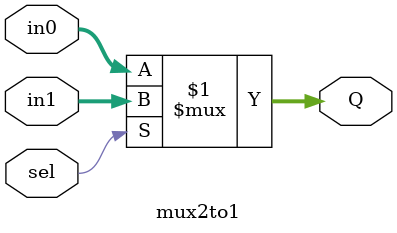
<source format=v>
module mux2to1(in0, in1, Q, sel);
	parameter width = 8;

	input [width-1:0] in0, in1;
	input sel;
	output [width-1:0] Q;

assign Q = sel? in1 : in0;

endmodule

</source>
